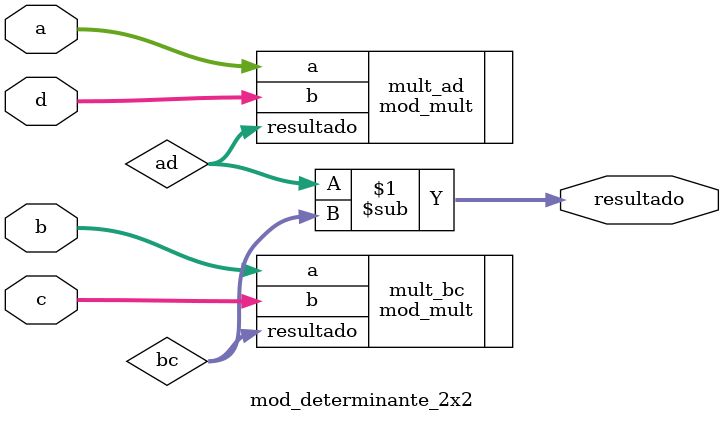
<source format=v>
module mod_determinante_2x2 (
    input [7:0] a, b, c, d,  // Elementos da matriz 2x2
    output [7:0] resultado  // Determinante 2x2
);
    wire [7:0] ad, bc;  // Resultados das multiplicações ad e bc

    // Instancia o módulo de multiplicação para ad
    mod_mult mult_ad (
        .a(a),
        .b(d),
        .resultado(ad)
    );

    // Instancia o módulo de multiplicação para bc
    mod_mult mult_bc (
        .a(b),
        .b(c),
        .resultado(bc)
    );

    // Calcula o determinante
    assign resultado = ad - bc;
endmodule

</source>
